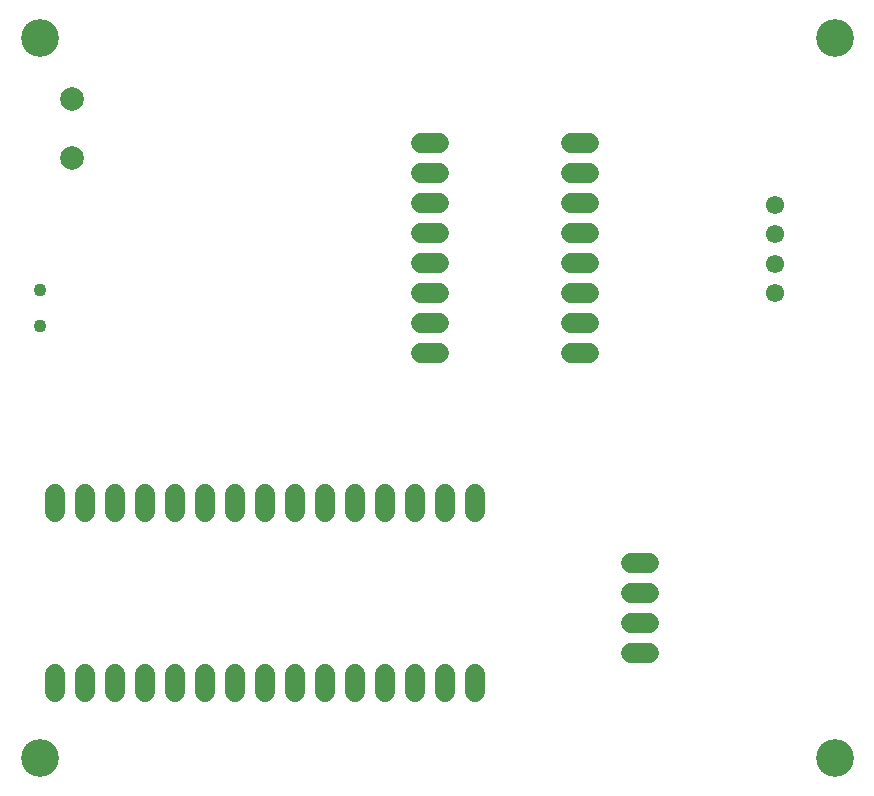
<source format=gbr>
G04 EAGLE Gerber RS-274X export*
G75*
%MOMM*%
%FSLAX34Y34*%
%LPD*%
%INSoldermask Bottom*%
%IPPOS*%
%AMOC8*
5,1,8,0,0,1.08239X$1,22.5*%
G01*
G04 Define Apertures*
%ADD10C,3.203200*%
%ADD11C,1.551200*%
%ADD12C,1.727200*%
%ADD13C,2.003200*%
%ADD14C,1.103200*%
D10*
X25400Y774700D03*
X698500Y774700D03*
X698500Y165100D03*
X25400Y165100D03*
D11*
X647700Y558800D03*
X647700Y583800D03*
X647700Y608800D03*
X647700Y633800D03*
D12*
X38100Y236220D02*
X38100Y220980D01*
X63500Y220980D02*
X63500Y236220D01*
X88900Y236220D02*
X88900Y220980D01*
X114300Y220980D02*
X114300Y236220D01*
X139700Y236220D02*
X139700Y220980D01*
X165100Y220980D02*
X165100Y236220D01*
X190500Y236220D02*
X190500Y220980D01*
X215900Y220980D02*
X215900Y236220D01*
X241300Y236220D02*
X241300Y220980D01*
X266700Y220980D02*
X266700Y236220D01*
X292100Y236220D02*
X292100Y220980D01*
X317500Y220980D02*
X317500Y236220D01*
X342900Y236220D02*
X342900Y220980D01*
X368300Y220980D02*
X368300Y236220D01*
X393700Y236220D02*
X393700Y220980D01*
X38100Y373380D02*
X38100Y388620D01*
X63500Y388620D02*
X63500Y373380D01*
X88900Y373380D02*
X88900Y388620D01*
X114300Y388620D02*
X114300Y373380D01*
X139700Y373380D02*
X139700Y388620D01*
X165100Y388620D02*
X165100Y373380D01*
X190500Y373380D02*
X190500Y388620D01*
X215900Y388620D02*
X215900Y373380D01*
X241300Y373380D02*
X241300Y388620D01*
X266700Y388620D02*
X266700Y373380D01*
X292100Y373380D02*
X292100Y388620D01*
X317500Y388620D02*
X317500Y373380D01*
X342900Y373380D02*
X342900Y388620D01*
X368300Y388620D02*
X368300Y373380D01*
X393700Y373380D02*
X393700Y388620D01*
X525780Y254000D02*
X541020Y254000D01*
X541020Y279400D02*
X525780Y279400D01*
X525780Y304800D02*
X541020Y304800D01*
X541020Y330200D02*
X525780Y330200D01*
X363220Y685800D02*
X347980Y685800D01*
X347980Y660400D02*
X363220Y660400D01*
X363220Y635000D02*
X347980Y635000D01*
X347980Y609600D02*
X363220Y609600D01*
X363220Y584200D02*
X347980Y584200D01*
X347980Y558800D02*
X363220Y558800D01*
X363220Y533400D02*
X347980Y533400D01*
X347980Y508000D02*
X363220Y508000D01*
X474980Y508000D02*
X490220Y508000D01*
X490220Y533400D02*
X474980Y533400D01*
X474980Y558800D02*
X490220Y558800D01*
X490220Y584200D02*
X474980Y584200D01*
X474980Y609600D02*
X490220Y609600D01*
X490220Y635000D02*
X474980Y635000D01*
X474980Y660400D02*
X490220Y660400D01*
X490220Y685800D02*
X474980Y685800D01*
D13*
X53060Y723500D03*
X53060Y673500D03*
D14*
X25660Y531100D03*
X25660Y561100D03*
M02*

</source>
